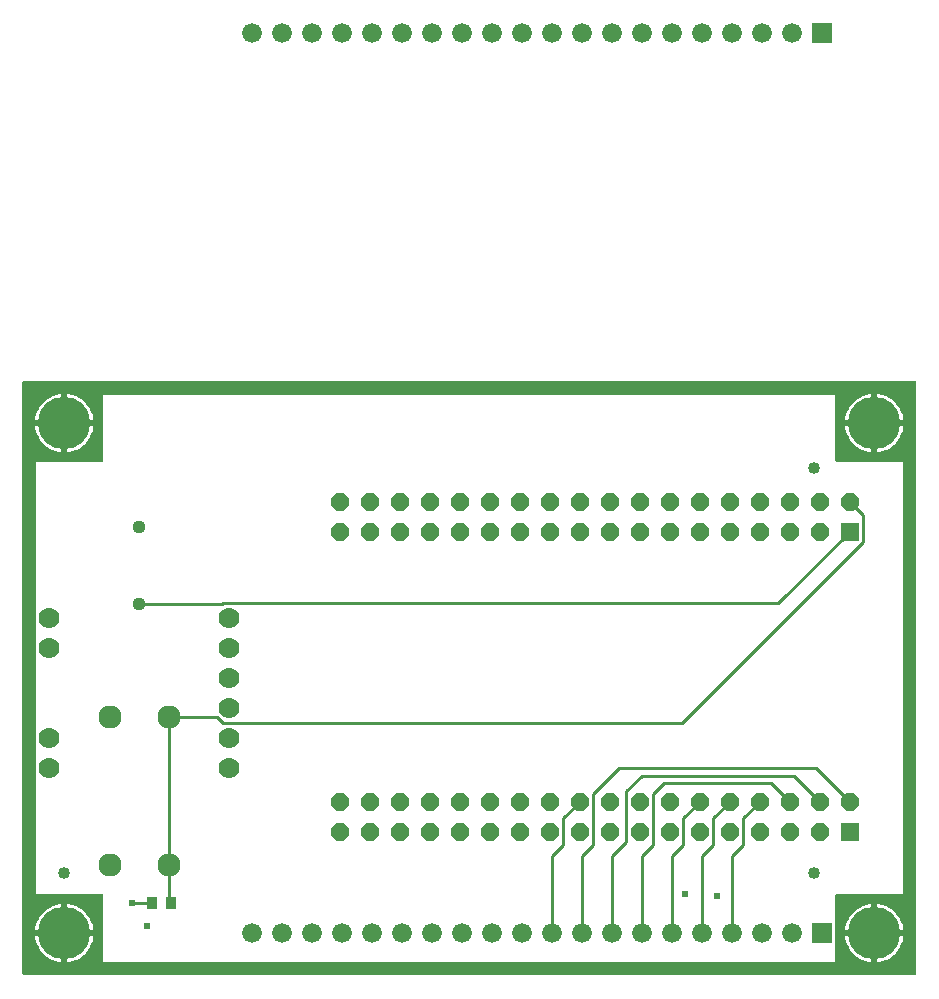
<source format=gbr>
G04 EAGLE Gerber RS-274X export*
G75*
%MOMM*%
%FSLAX34Y34*%
%LPD*%
%INTop Copper*%
%IPPOS*%
%AMOC8*
5,1,8,0,0,1.08239X$1,22.5*%
G01*
%ADD10R,1.524000X1.524000*%
%ADD11P,1.649562X8X202.500000*%
%ADD12C,1.120000*%
%ADD13C,1.960000*%
%ADD14R,0.949959X1.031241*%
%ADD15C,4.445000*%
%ADD16C,1.016000*%
%ADD17R,1.676400X1.676400*%
%ADD18C,1.676400*%
%ADD19C,1.778000*%
%ADD20C,0.254000*%
%ADD21C,0.609600*%

G36*
X759444Y504308D02*
X759444Y504308D01*
X759437Y504427D01*
X759424Y504465D01*
X759419Y504506D01*
X759376Y504616D01*
X759339Y504729D01*
X759317Y504764D01*
X759302Y504801D01*
X759233Y504897D01*
X759169Y504998D01*
X759139Y505026D01*
X759116Y505059D01*
X759024Y505135D01*
X758937Y505216D01*
X758902Y505236D01*
X758871Y505261D01*
X758763Y505312D01*
X758659Y505370D01*
X758619Y505380D01*
X758583Y505397D01*
X758466Y505419D01*
X758351Y505449D01*
X758291Y505453D01*
X758271Y505457D01*
X758250Y505455D01*
X758190Y505459D01*
X3810Y505459D01*
X3692Y505444D01*
X3573Y505437D01*
X3535Y505424D01*
X3494Y505419D01*
X3384Y505376D01*
X3271Y505339D01*
X3236Y505317D01*
X3199Y505302D01*
X3103Y505233D01*
X3002Y505169D01*
X2974Y505139D01*
X2941Y505116D01*
X2865Y505024D01*
X2784Y504937D01*
X2764Y504902D01*
X2739Y504871D01*
X2688Y504763D01*
X2630Y504659D01*
X2620Y504619D01*
X2603Y504583D01*
X2581Y504466D01*
X2551Y504351D01*
X2547Y504291D01*
X2543Y504271D01*
X2545Y504250D01*
X2541Y504190D01*
X2541Y3810D01*
X2556Y3692D01*
X2563Y3573D01*
X2576Y3535D01*
X2581Y3494D01*
X2624Y3384D01*
X2661Y3271D01*
X2683Y3236D01*
X2698Y3199D01*
X2767Y3103D01*
X2831Y3002D01*
X2861Y2974D01*
X2884Y2941D01*
X2976Y2865D01*
X3063Y2784D01*
X3098Y2764D01*
X3129Y2739D01*
X3237Y2688D01*
X3341Y2630D01*
X3381Y2620D01*
X3417Y2603D01*
X3534Y2581D01*
X3649Y2551D01*
X3709Y2547D01*
X3729Y2543D01*
X3750Y2545D01*
X3810Y2541D01*
X758190Y2541D01*
X758308Y2556D01*
X758427Y2563D01*
X758465Y2576D01*
X758506Y2581D01*
X758616Y2624D01*
X758729Y2661D01*
X758764Y2683D01*
X758801Y2698D01*
X758897Y2767D01*
X758998Y2831D01*
X759026Y2861D01*
X759059Y2884D01*
X759135Y2976D01*
X759216Y3063D01*
X759236Y3098D01*
X759261Y3129D01*
X759312Y3237D01*
X759370Y3341D01*
X759380Y3381D01*
X759397Y3417D01*
X759419Y3534D01*
X759449Y3649D01*
X759453Y3709D01*
X759457Y3729D01*
X759455Y3750D01*
X759459Y3810D01*
X759459Y504190D01*
X759444Y504308D01*
G37*
%LPC*%
G36*
X69850Y436881D02*
X69850Y436881D01*
X69968Y436896D01*
X70087Y436903D01*
X70125Y436916D01*
X70166Y436921D01*
X70276Y436964D01*
X70389Y437001D01*
X70424Y437023D01*
X70461Y437038D01*
X70557Y437108D01*
X70658Y437171D01*
X70686Y437201D01*
X70719Y437224D01*
X70795Y437316D01*
X70876Y437403D01*
X70896Y437438D01*
X70921Y437469D01*
X70972Y437577D01*
X71030Y437681D01*
X71040Y437721D01*
X71057Y437757D01*
X71079Y437874D01*
X71109Y437989D01*
X71113Y438050D01*
X71117Y438070D01*
X71115Y438090D01*
X71119Y438150D01*
X71119Y494031D01*
X690881Y494031D01*
X690881Y438150D01*
X690896Y438032D01*
X690903Y437913D01*
X690916Y437875D01*
X690921Y437834D01*
X690964Y437724D01*
X691001Y437611D01*
X691023Y437576D01*
X691038Y437539D01*
X691108Y437443D01*
X691171Y437342D01*
X691201Y437314D01*
X691224Y437281D01*
X691316Y437206D01*
X691403Y437124D01*
X691438Y437104D01*
X691469Y437079D01*
X691577Y437028D01*
X691681Y436970D01*
X691721Y436960D01*
X691757Y436943D01*
X691874Y436921D01*
X691989Y436891D01*
X692050Y436887D01*
X692070Y436883D01*
X692090Y436885D01*
X692150Y436881D01*
X748031Y436881D01*
X748031Y71119D01*
X692150Y71119D01*
X692032Y71104D01*
X691913Y71097D01*
X691875Y71084D01*
X691834Y71079D01*
X691724Y71036D01*
X691611Y70999D01*
X691576Y70977D01*
X691539Y70962D01*
X691443Y70893D01*
X691342Y70829D01*
X691314Y70799D01*
X691281Y70776D01*
X691206Y70684D01*
X691124Y70597D01*
X691104Y70562D01*
X691079Y70531D01*
X691028Y70423D01*
X690970Y70319D01*
X690960Y70279D01*
X690943Y70243D01*
X690921Y70126D01*
X690891Y70011D01*
X690887Y69951D01*
X690883Y69931D01*
X690885Y69910D01*
X690883Y69892D01*
X690883Y69891D01*
X690881Y69850D01*
X690881Y13969D01*
X71119Y13969D01*
X71119Y69850D01*
X71104Y69968D01*
X71097Y70087D01*
X71084Y70125D01*
X71079Y70166D01*
X71036Y70276D01*
X70999Y70389D01*
X70977Y70424D01*
X70962Y70461D01*
X70893Y70557D01*
X70829Y70658D01*
X70799Y70686D01*
X70776Y70719D01*
X70684Y70795D01*
X70597Y70876D01*
X70562Y70896D01*
X70531Y70921D01*
X70423Y70972D01*
X70319Y71030D01*
X70279Y71040D01*
X70243Y71057D01*
X70126Y71079D01*
X70011Y71109D01*
X69951Y71113D01*
X69931Y71117D01*
X69910Y71115D01*
X69850Y71119D01*
X13969Y71119D01*
X13969Y436881D01*
X69850Y436881D01*
G37*
%LPD*%
%LPC*%
G36*
X40639Y472439D02*
X40639Y472439D01*
X40639Y494536D01*
X42255Y494354D01*
X44967Y493735D01*
X47592Y492817D01*
X50099Y491610D01*
X52454Y490130D01*
X54629Y488395D01*
X56595Y486429D01*
X58330Y484254D01*
X59810Y481899D01*
X61017Y479392D01*
X61935Y476767D01*
X62554Y474055D01*
X62736Y472439D01*
X40639Y472439D01*
G37*
%LPD*%
%LPC*%
G36*
X726439Y472439D02*
X726439Y472439D01*
X726439Y494536D01*
X728055Y494354D01*
X730767Y493735D01*
X733392Y492817D01*
X735899Y491610D01*
X738254Y490130D01*
X740429Y488395D01*
X742395Y486429D01*
X744130Y484254D01*
X745610Y481899D01*
X746817Y479392D01*
X747735Y476767D01*
X748354Y474055D01*
X748536Y472439D01*
X726439Y472439D01*
G37*
%LPD*%
%LPC*%
G36*
X40639Y40639D02*
X40639Y40639D01*
X40639Y62736D01*
X42255Y62554D01*
X44967Y61935D01*
X47592Y61017D01*
X50099Y59810D01*
X52454Y58330D01*
X54629Y56595D01*
X56595Y54629D01*
X58330Y52454D01*
X59810Y50099D01*
X61017Y47592D01*
X61935Y44967D01*
X62554Y42255D01*
X62736Y40639D01*
X40639Y40639D01*
G37*
%LPD*%
%LPC*%
G36*
X726439Y40639D02*
X726439Y40639D01*
X726439Y62736D01*
X728055Y62554D01*
X730767Y61935D01*
X733392Y61017D01*
X735899Y59810D01*
X738254Y58330D01*
X740429Y56595D01*
X742395Y54629D01*
X744130Y52454D01*
X745610Y50099D01*
X746817Y47592D01*
X747735Y44967D01*
X748354Y42255D01*
X748536Y40639D01*
X726439Y40639D01*
G37*
%LPD*%
%LPC*%
G36*
X699264Y472439D02*
X699264Y472439D01*
X699446Y474055D01*
X700065Y476767D01*
X700983Y479392D01*
X702190Y481899D01*
X703670Y484254D01*
X705405Y486429D01*
X707371Y488395D01*
X709546Y490130D01*
X711901Y491610D01*
X714408Y492817D01*
X717033Y493735D01*
X719745Y494354D01*
X721361Y494536D01*
X721361Y472439D01*
X699264Y472439D01*
G37*
%LPD*%
%LPC*%
G36*
X13464Y472439D02*
X13464Y472439D01*
X13646Y474055D01*
X14265Y476767D01*
X15183Y479392D01*
X16390Y481899D01*
X17870Y484254D01*
X19605Y486429D01*
X21571Y488395D01*
X23746Y490130D01*
X26101Y491610D01*
X28608Y492817D01*
X31233Y493735D01*
X33945Y494354D01*
X35561Y494536D01*
X35561Y472439D01*
X13464Y472439D01*
G37*
%LPD*%
%LPC*%
G36*
X726439Y467361D02*
X726439Y467361D01*
X748536Y467361D01*
X748354Y465745D01*
X747735Y463033D01*
X746817Y460408D01*
X745610Y457901D01*
X744130Y455546D01*
X742395Y453371D01*
X740429Y451405D01*
X738254Y449670D01*
X735899Y448190D01*
X733392Y446983D01*
X730767Y446065D01*
X728055Y445446D01*
X726439Y445264D01*
X726439Y467361D01*
G37*
%LPD*%
%LPC*%
G36*
X40639Y467361D02*
X40639Y467361D01*
X62736Y467361D01*
X62554Y465745D01*
X61935Y463033D01*
X61017Y460408D01*
X59810Y457901D01*
X58330Y455546D01*
X56595Y453371D01*
X54629Y451405D01*
X52454Y449670D01*
X50099Y448190D01*
X47592Y446983D01*
X44967Y446065D01*
X42255Y445446D01*
X40639Y445264D01*
X40639Y467361D01*
G37*
%LPD*%
%LPC*%
G36*
X13464Y40639D02*
X13464Y40639D01*
X13646Y42255D01*
X14265Y44967D01*
X15183Y47592D01*
X16390Y50099D01*
X17870Y52454D01*
X19605Y54629D01*
X21571Y56595D01*
X23746Y58330D01*
X26101Y59810D01*
X28608Y61017D01*
X31233Y61935D01*
X33945Y62554D01*
X35561Y62736D01*
X35561Y40639D01*
X13464Y40639D01*
G37*
%LPD*%
%LPC*%
G36*
X699264Y40639D02*
X699264Y40639D01*
X699446Y42255D01*
X700065Y44967D01*
X700983Y47592D01*
X702190Y50099D01*
X703670Y52454D01*
X705405Y54629D01*
X707371Y56595D01*
X709546Y58330D01*
X711901Y59810D01*
X714408Y61017D01*
X717033Y61935D01*
X719745Y62554D01*
X721361Y62736D01*
X721361Y40639D01*
X699264Y40639D01*
G37*
%LPD*%
%LPC*%
G36*
X726439Y35561D02*
X726439Y35561D01*
X748536Y35561D01*
X748354Y33945D01*
X747735Y31233D01*
X746817Y28608D01*
X745610Y26101D01*
X744130Y23746D01*
X742395Y21571D01*
X740429Y19605D01*
X738254Y17870D01*
X735899Y16390D01*
X733392Y15183D01*
X730767Y14265D01*
X728055Y13646D01*
X726439Y13464D01*
X726439Y35561D01*
G37*
%LPD*%
%LPC*%
G36*
X40639Y35561D02*
X40639Y35561D01*
X62736Y35561D01*
X62554Y33945D01*
X61935Y31233D01*
X61017Y28608D01*
X59810Y26101D01*
X58330Y23746D01*
X56595Y21571D01*
X54629Y19605D01*
X52454Y17870D01*
X50099Y16390D01*
X47592Y15183D01*
X44967Y14265D01*
X42255Y13646D01*
X40639Y13464D01*
X40639Y35561D01*
G37*
%LPD*%
%LPC*%
G36*
X719745Y445446D02*
X719745Y445446D01*
X717033Y446065D01*
X714408Y446983D01*
X711901Y448190D01*
X709546Y449670D01*
X707371Y451405D01*
X705405Y453371D01*
X703670Y455546D01*
X702190Y457901D01*
X700983Y460408D01*
X700065Y463033D01*
X699446Y465745D01*
X699264Y467361D01*
X721361Y467361D01*
X721361Y445264D01*
X719745Y445446D01*
G37*
%LPD*%
%LPC*%
G36*
X33945Y445446D02*
X33945Y445446D01*
X31233Y446065D01*
X28608Y446983D01*
X26101Y448190D01*
X23746Y449670D01*
X21571Y451405D01*
X19605Y453371D01*
X17870Y455546D01*
X16390Y457901D01*
X15183Y460408D01*
X14265Y463033D01*
X13646Y465745D01*
X13464Y467361D01*
X35561Y467361D01*
X35561Y445264D01*
X33945Y445446D01*
G37*
%LPD*%
%LPC*%
G36*
X719745Y13646D02*
X719745Y13646D01*
X717033Y14265D01*
X714408Y15183D01*
X711901Y16390D01*
X709546Y17870D01*
X707371Y19605D01*
X705405Y21571D01*
X703670Y23746D01*
X702190Y26101D01*
X700983Y28608D01*
X700065Y31233D01*
X699446Y33945D01*
X699264Y35561D01*
X721361Y35561D01*
X721361Y13464D01*
X719745Y13646D01*
G37*
%LPD*%
%LPC*%
G36*
X33945Y13646D02*
X33945Y13646D01*
X31233Y14265D01*
X28608Y15183D01*
X26101Y16390D01*
X23746Y17870D01*
X21571Y19605D01*
X19605Y21571D01*
X17870Y23746D01*
X16390Y26101D01*
X15183Y28608D01*
X14265Y31233D01*
X13646Y33945D01*
X13464Y35561D01*
X35561Y35561D01*
X35561Y13464D01*
X33945Y13646D01*
G37*
%LPD*%
%LPC*%
G36*
X723899Y469899D02*
X723899Y469899D01*
X723899Y469901D01*
X723901Y469901D01*
X723901Y469899D01*
X723899Y469899D01*
G37*
%LPD*%
%LPC*%
G36*
X38099Y469899D02*
X38099Y469899D01*
X38099Y469901D01*
X38101Y469901D01*
X38101Y469899D01*
X38099Y469899D01*
G37*
%LPD*%
%LPC*%
G36*
X723899Y38099D02*
X723899Y38099D01*
X723899Y38101D01*
X723901Y38101D01*
X723901Y38099D01*
X723899Y38099D01*
G37*
%LPD*%
%LPC*%
G36*
X38099Y38099D02*
X38099Y38099D01*
X38099Y38101D01*
X38101Y38101D01*
X38101Y38099D01*
X38099Y38099D01*
G37*
%LPD*%
D10*
X702900Y124200D03*
D11*
X702900Y149600D03*
X677500Y124200D03*
X677500Y149600D03*
X652100Y124200D03*
X652100Y149600D03*
X626700Y124200D03*
X626700Y149600D03*
X601300Y124200D03*
X601300Y149600D03*
X575900Y124200D03*
X575900Y149600D03*
X550500Y124200D03*
X550500Y149600D03*
X525100Y124200D03*
X525100Y149600D03*
X499700Y124200D03*
X499700Y149600D03*
X474300Y124200D03*
X474300Y149600D03*
X448900Y124200D03*
X448900Y149600D03*
X423500Y124200D03*
X423500Y149600D03*
X398100Y124200D03*
X398100Y149600D03*
X372700Y124200D03*
X372700Y149600D03*
X347300Y124200D03*
X347300Y149600D03*
X321900Y124200D03*
X321900Y149600D03*
X296500Y124200D03*
X296500Y149600D03*
X271100Y124200D03*
X271100Y149600D03*
D10*
X702900Y378200D03*
D11*
X702900Y403600D03*
X677500Y378200D03*
X677500Y403600D03*
X652100Y378200D03*
X652100Y403600D03*
X626700Y378200D03*
X626700Y403600D03*
X601300Y378200D03*
X601300Y403600D03*
X575900Y378200D03*
X575900Y403600D03*
X550500Y378200D03*
X550500Y403600D03*
X525100Y378200D03*
X525100Y403600D03*
X499700Y378200D03*
X499700Y403600D03*
X474300Y378200D03*
X474300Y403600D03*
X448900Y378200D03*
X448900Y403600D03*
X423500Y378200D03*
X423500Y403600D03*
X398100Y378200D03*
X398100Y403600D03*
X372700Y378200D03*
X372700Y403600D03*
X347300Y378200D03*
X347300Y403600D03*
X321900Y378200D03*
X321900Y403600D03*
X296500Y378200D03*
X296500Y403600D03*
X271100Y378200D03*
X271100Y403600D03*
D12*
X101600Y381750D03*
X101600Y316750D03*
D13*
X126600Y96250D03*
X76600Y96250D03*
X76600Y221250D03*
X126600Y221250D03*
D14*
X128651Y63500D03*
X112649Y63500D03*
D15*
X38100Y469900D03*
X723900Y469900D03*
X723900Y38100D03*
X38100Y38100D03*
D16*
X673100Y431800D03*
X673100Y88900D03*
X38100Y88900D03*
D17*
X679450Y800100D03*
D18*
X654050Y800100D03*
X628650Y800100D03*
X603250Y800100D03*
X577850Y800100D03*
X552450Y800100D03*
X527050Y800100D03*
X501650Y800100D03*
X476250Y800100D03*
X450850Y800100D03*
X425450Y800100D03*
X400050Y800100D03*
X374650Y800100D03*
X349250Y800100D03*
X323850Y800100D03*
X298450Y800100D03*
X273050Y800100D03*
X247650Y800100D03*
X222250Y800100D03*
X196850Y800100D03*
D17*
X679450Y38100D03*
D18*
X654050Y38100D03*
X628650Y38100D03*
X603250Y38100D03*
X577850Y38100D03*
X552450Y38100D03*
X527050Y38100D03*
X501650Y38100D03*
X476250Y38100D03*
X450850Y38100D03*
X425450Y38100D03*
X400050Y38100D03*
X374650Y38100D03*
X349250Y38100D03*
X323850Y38100D03*
X298450Y38100D03*
X273050Y38100D03*
X247650Y38100D03*
X222250Y38100D03*
X196850Y38100D03*
D19*
X177800Y304800D03*
X177800Y279400D03*
X177800Y254000D03*
X177800Y228600D03*
X177800Y203200D03*
X177800Y177800D03*
X25400Y177800D03*
X25400Y203200D03*
X25400Y304800D03*
X25400Y279400D03*
D20*
X95250Y63500D02*
X112649Y63500D01*
D21*
X95250Y63500D03*
X590550Y69850D03*
X563880Y71120D03*
X107950Y44450D03*
D20*
X636600Y165100D02*
X652100Y149600D01*
X636600Y165100D02*
X546100Y165100D01*
X536530Y155530D01*
X536530Y113116D01*
X527050Y103636D02*
X527050Y38100D01*
X527050Y103636D02*
X536530Y113116D01*
X552450Y103636D02*
X552450Y38100D01*
X561930Y135630D02*
X575900Y149600D01*
X561930Y113116D02*
X552450Y103636D01*
X561930Y113116D02*
X561930Y135630D01*
X577850Y103636D02*
X577850Y38100D01*
X587330Y135630D02*
X601300Y149600D01*
X587330Y113116D02*
X577850Y103636D01*
X587330Y113116D02*
X587330Y135630D01*
X603250Y103636D02*
X603250Y38100D01*
X612730Y135630D02*
X626700Y149600D01*
X612730Y113116D02*
X603250Y103636D01*
X612730Y113116D02*
X612730Y135630D01*
X655650Y171450D02*
X677500Y149600D01*
X501650Y103636D02*
X501650Y38100D01*
X501650Y103636D02*
X513670Y115656D01*
X513670Y158070D01*
X527050Y171450D02*
X655650Y171450D01*
X527050Y171450D02*
X513670Y158070D01*
X508000Y177800D02*
X674700Y177800D01*
X702900Y149600D01*
X476250Y103636D02*
X476250Y38100D01*
X485730Y155530D02*
X508000Y177800D01*
X485730Y113116D02*
X476250Y103636D01*
X485730Y113116D02*
X485730Y155530D01*
X450850Y103636D02*
X450850Y38100D01*
X460330Y135630D02*
X474300Y149600D01*
X460330Y113116D02*
X450850Y103636D01*
X460330Y113116D02*
X460330Y135630D01*
X171789Y316750D02*
X101600Y316750D01*
X171789Y316750D02*
X172539Y317500D01*
X642200Y317500D02*
X702900Y378200D01*
X642200Y317500D02*
X172539Y317500D01*
X126600Y65551D02*
X128651Y63500D01*
X126600Y65551D02*
X126600Y96250D01*
X126600Y221250D01*
X167189Y221250D01*
X172539Y215900D01*
X561228Y215900D01*
X714330Y369002D01*
X714330Y392170D01*
X702900Y403600D01*
M02*

</source>
